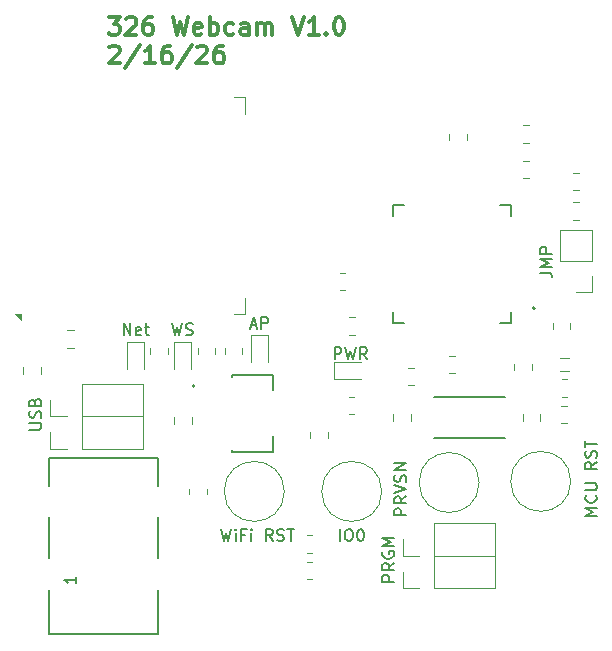
<source format=gto>
%TF.GenerationSoftware,KiCad,Pcbnew,9.0.7*%
%TF.CreationDate,2026-02-16T18:04:32-06:00*%
%TF.ProjectId,326pcb,33323670-6362-42e6-9b69-6361645f7063,rev?*%
%TF.SameCoordinates,Original*%
%TF.FileFunction,Legend,Top*%
%TF.FilePolarity,Positive*%
%FSLAX46Y46*%
G04 Gerber Fmt 4.6, Leading zero omitted, Abs format (unit mm)*
G04 Created by KiCad (PCBNEW 9.0.7) date 2026-02-16 18:04:32*
%MOMM*%
%LPD*%
G01*
G04 APERTURE LIST*
%ADD10C,0.150000*%
%ADD11C,0.300000*%
%ADD12C,0.120000*%
%ADD13C,0.127000*%
%ADD14C,0.200000*%
%ADD15C,0.100000*%
G04 APERTURE END LIST*
D10*
X177066667Y-74054819D02*
X177066667Y-73054819D01*
X177066667Y-73054819D02*
X177447619Y-73054819D01*
X177447619Y-73054819D02*
X177542857Y-73102438D01*
X177542857Y-73102438D02*
X177590476Y-73150057D01*
X177590476Y-73150057D02*
X177638095Y-73245295D01*
X177638095Y-73245295D02*
X177638095Y-73388152D01*
X177638095Y-73388152D02*
X177590476Y-73483390D01*
X177590476Y-73483390D02*
X177542857Y-73531009D01*
X177542857Y-73531009D02*
X177447619Y-73578628D01*
X177447619Y-73578628D02*
X177066667Y-73578628D01*
X177971429Y-73054819D02*
X178209524Y-74054819D01*
X178209524Y-74054819D02*
X178400000Y-73340533D01*
X178400000Y-73340533D02*
X178590476Y-74054819D01*
X178590476Y-74054819D02*
X178828572Y-73054819D01*
X179780952Y-74054819D02*
X179447619Y-73578628D01*
X179209524Y-74054819D02*
X179209524Y-73054819D01*
X179209524Y-73054819D02*
X179590476Y-73054819D01*
X179590476Y-73054819D02*
X179685714Y-73102438D01*
X179685714Y-73102438D02*
X179733333Y-73150057D01*
X179733333Y-73150057D02*
X179780952Y-73245295D01*
X179780952Y-73245295D02*
X179780952Y-73388152D01*
X179780952Y-73388152D02*
X179733333Y-73483390D01*
X179733333Y-73483390D02*
X179685714Y-73531009D01*
X179685714Y-73531009D02*
X179590476Y-73578628D01*
X179590476Y-73578628D02*
X179209524Y-73578628D01*
D11*
X157921653Y-45095912D02*
X158850225Y-45095912D01*
X158850225Y-45095912D02*
X158350225Y-45667341D01*
X158350225Y-45667341D02*
X158564510Y-45667341D01*
X158564510Y-45667341D02*
X158707368Y-45738769D01*
X158707368Y-45738769D02*
X158778796Y-45810198D01*
X158778796Y-45810198D02*
X158850225Y-45953055D01*
X158850225Y-45953055D02*
X158850225Y-46310198D01*
X158850225Y-46310198D02*
X158778796Y-46453055D01*
X158778796Y-46453055D02*
X158707368Y-46524484D01*
X158707368Y-46524484D02*
X158564510Y-46595912D01*
X158564510Y-46595912D02*
X158135939Y-46595912D01*
X158135939Y-46595912D02*
X157993082Y-46524484D01*
X157993082Y-46524484D02*
X157921653Y-46453055D01*
X159421653Y-45238769D02*
X159493081Y-45167341D01*
X159493081Y-45167341D02*
X159635939Y-45095912D01*
X159635939Y-45095912D02*
X159993081Y-45095912D01*
X159993081Y-45095912D02*
X160135939Y-45167341D01*
X160135939Y-45167341D02*
X160207367Y-45238769D01*
X160207367Y-45238769D02*
X160278796Y-45381626D01*
X160278796Y-45381626D02*
X160278796Y-45524484D01*
X160278796Y-45524484D02*
X160207367Y-45738769D01*
X160207367Y-45738769D02*
X159350224Y-46595912D01*
X159350224Y-46595912D02*
X160278796Y-46595912D01*
X161564510Y-45095912D02*
X161278795Y-45095912D01*
X161278795Y-45095912D02*
X161135938Y-45167341D01*
X161135938Y-45167341D02*
X161064510Y-45238769D01*
X161064510Y-45238769D02*
X160921652Y-45453055D01*
X160921652Y-45453055D02*
X160850224Y-45738769D01*
X160850224Y-45738769D02*
X160850224Y-46310198D01*
X160850224Y-46310198D02*
X160921652Y-46453055D01*
X160921652Y-46453055D02*
X160993081Y-46524484D01*
X160993081Y-46524484D02*
X161135938Y-46595912D01*
X161135938Y-46595912D02*
X161421652Y-46595912D01*
X161421652Y-46595912D02*
X161564510Y-46524484D01*
X161564510Y-46524484D02*
X161635938Y-46453055D01*
X161635938Y-46453055D02*
X161707367Y-46310198D01*
X161707367Y-46310198D02*
X161707367Y-45953055D01*
X161707367Y-45953055D02*
X161635938Y-45810198D01*
X161635938Y-45810198D02*
X161564510Y-45738769D01*
X161564510Y-45738769D02*
X161421652Y-45667341D01*
X161421652Y-45667341D02*
X161135938Y-45667341D01*
X161135938Y-45667341D02*
X160993081Y-45738769D01*
X160993081Y-45738769D02*
X160921652Y-45810198D01*
X160921652Y-45810198D02*
X160850224Y-45953055D01*
X163350223Y-45095912D02*
X163707366Y-46595912D01*
X163707366Y-46595912D02*
X163993080Y-45524484D01*
X163993080Y-45524484D02*
X164278795Y-46595912D01*
X164278795Y-46595912D02*
X164635938Y-45095912D01*
X165778795Y-46524484D02*
X165635938Y-46595912D01*
X165635938Y-46595912D02*
X165350224Y-46595912D01*
X165350224Y-46595912D02*
X165207366Y-46524484D01*
X165207366Y-46524484D02*
X165135938Y-46381626D01*
X165135938Y-46381626D02*
X165135938Y-45810198D01*
X165135938Y-45810198D02*
X165207366Y-45667341D01*
X165207366Y-45667341D02*
X165350224Y-45595912D01*
X165350224Y-45595912D02*
X165635938Y-45595912D01*
X165635938Y-45595912D02*
X165778795Y-45667341D01*
X165778795Y-45667341D02*
X165850224Y-45810198D01*
X165850224Y-45810198D02*
X165850224Y-45953055D01*
X165850224Y-45953055D02*
X165135938Y-46095912D01*
X166493080Y-46595912D02*
X166493080Y-45095912D01*
X166493080Y-45667341D02*
X166635938Y-45595912D01*
X166635938Y-45595912D02*
X166921652Y-45595912D01*
X166921652Y-45595912D02*
X167064509Y-45667341D01*
X167064509Y-45667341D02*
X167135938Y-45738769D01*
X167135938Y-45738769D02*
X167207366Y-45881626D01*
X167207366Y-45881626D02*
X167207366Y-46310198D01*
X167207366Y-46310198D02*
X167135938Y-46453055D01*
X167135938Y-46453055D02*
X167064509Y-46524484D01*
X167064509Y-46524484D02*
X166921652Y-46595912D01*
X166921652Y-46595912D02*
X166635938Y-46595912D01*
X166635938Y-46595912D02*
X166493080Y-46524484D01*
X168493081Y-46524484D02*
X168350223Y-46595912D01*
X168350223Y-46595912D02*
X168064509Y-46595912D01*
X168064509Y-46595912D02*
X167921652Y-46524484D01*
X167921652Y-46524484D02*
X167850223Y-46453055D01*
X167850223Y-46453055D02*
X167778795Y-46310198D01*
X167778795Y-46310198D02*
X167778795Y-45881626D01*
X167778795Y-45881626D02*
X167850223Y-45738769D01*
X167850223Y-45738769D02*
X167921652Y-45667341D01*
X167921652Y-45667341D02*
X168064509Y-45595912D01*
X168064509Y-45595912D02*
X168350223Y-45595912D01*
X168350223Y-45595912D02*
X168493081Y-45667341D01*
X169778795Y-46595912D02*
X169778795Y-45810198D01*
X169778795Y-45810198D02*
X169707366Y-45667341D01*
X169707366Y-45667341D02*
X169564509Y-45595912D01*
X169564509Y-45595912D02*
X169278795Y-45595912D01*
X169278795Y-45595912D02*
X169135937Y-45667341D01*
X169778795Y-46524484D02*
X169635937Y-46595912D01*
X169635937Y-46595912D02*
X169278795Y-46595912D01*
X169278795Y-46595912D02*
X169135937Y-46524484D01*
X169135937Y-46524484D02*
X169064509Y-46381626D01*
X169064509Y-46381626D02*
X169064509Y-46238769D01*
X169064509Y-46238769D02*
X169135937Y-46095912D01*
X169135937Y-46095912D02*
X169278795Y-46024484D01*
X169278795Y-46024484D02*
X169635937Y-46024484D01*
X169635937Y-46024484D02*
X169778795Y-45953055D01*
X170493080Y-46595912D02*
X170493080Y-45595912D01*
X170493080Y-45738769D02*
X170564509Y-45667341D01*
X170564509Y-45667341D02*
X170707366Y-45595912D01*
X170707366Y-45595912D02*
X170921652Y-45595912D01*
X170921652Y-45595912D02*
X171064509Y-45667341D01*
X171064509Y-45667341D02*
X171135938Y-45810198D01*
X171135938Y-45810198D02*
X171135938Y-46595912D01*
X171135938Y-45810198D02*
X171207366Y-45667341D01*
X171207366Y-45667341D02*
X171350223Y-45595912D01*
X171350223Y-45595912D02*
X171564509Y-45595912D01*
X171564509Y-45595912D02*
X171707366Y-45667341D01*
X171707366Y-45667341D02*
X171778795Y-45810198D01*
X171778795Y-45810198D02*
X171778795Y-46595912D01*
X173421652Y-45095912D02*
X173921652Y-46595912D01*
X173921652Y-46595912D02*
X174421652Y-45095912D01*
X175707366Y-46595912D02*
X174850223Y-46595912D01*
X175278794Y-46595912D02*
X175278794Y-45095912D01*
X175278794Y-45095912D02*
X175135937Y-45310198D01*
X175135937Y-45310198D02*
X174993080Y-45453055D01*
X174993080Y-45453055D02*
X174850223Y-45524484D01*
X176350222Y-46453055D02*
X176421651Y-46524484D01*
X176421651Y-46524484D02*
X176350222Y-46595912D01*
X176350222Y-46595912D02*
X176278794Y-46524484D01*
X176278794Y-46524484D02*
X176350222Y-46453055D01*
X176350222Y-46453055D02*
X176350222Y-46595912D01*
X177350223Y-45095912D02*
X177493080Y-45095912D01*
X177493080Y-45095912D02*
X177635937Y-45167341D01*
X177635937Y-45167341D02*
X177707366Y-45238769D01*
X177707366Y-45238769D02*
X177778794Y-45381626D01*
X177778794Y-45381626D02*
X177850223Y-45667341D01*
X177850223Y-45667341D02*
X177850223Y-46024484D01*
X177850223Y-46024484D02*
X177778794Y-46310198D01*
X177778794Y-46310198D02*
X177707366Y-46453055D01*
X177707366Y-46453055D02*
X177635937Y-46524484D01*
X177635937Y-46524484D02*
X177493080Y-46595912D01*
X177493080Y-46595912D02*
X177350223Y-46595912D01*
X177350223Y-46595912D02*
X177207366Y-46524484D01*
X177207366Y-46524484D02*
X177135937Y-46453055D01*
X177135937Y-46453055D02*
X177064508Y-46310198D01*
X177064508Y-46310198D02*
X176993080Y-46024484D01*
X176993080Y-46024484D02*
X176993080Y-45667341D01*
X176993080Y-45667341D02*
X177064508Y-45381626D01*
X177064508Y-45381626D02*
X177135937Y-45238769D01*
X177135937Y-45238769D02*
X177207366Y-45167341D01*
X177207366Y-45167341D02*
X177350223Y-45095912D01*
X157993082Y-47653685D02*
X158064510Y-47582257D01*
X158064510Y-47582257D02*
X158207368Y-47510828D01*
X158207368Y-47510828D02*
X158564510Y-47510828D01*
X158564510Y-47510828D02*
X158707368Y-47582257D01*
X158707368Y-47582257D02*
X158778796Y-47653685D01*
X158778796Y-47653685D02*
X158850225Y-47796542D01*
X158850225Y-47796542D02*
X158850225Y-47939400D01*
X158850225Y-47939400D02*
X158778796Y-48153685D01*
X158778796Y-48153685D02*
X157921653Y-49010828D01*
X157921653Y-49010828D02*
X158850225Y-49010828D01*
X160564510Y-47439400D02*
X159278796Y-49367971D01*
X161850225Y-49010828D02*
X160993082Y-49010828D01*
X161421653Y-49010828D02*
X161421653Y-47510828D01*
X161421653Y-47510828D02*
X161278796Y-47725114D01*
X161278796Y-47725114D02*
X161135939Y-47867971D01*
X161135939Y-47867971D02*
X160993082Y-47939400D01*
X163135939Y-47510828D02*
X162850224Y-47510828D01*
X162850224Y-47510828D02*
X162707367Y-47582257D01*
X162707367Y-47582257D02*
X162635939Y-47653685D01*
X162635939Y-47653685D02*
X162493081Y-47867971D01*
X162493081Y-47867971D02*
X162421653Y-48153685D01*
X162421653Y-48153685D02*
X162421653Y-48725114D01*
X162421653Y-48725114D02*
X162493081Y-48867971D01*
X162493081Y-48867971D02*
X162564510Y-48939400D01*
X162564510Y-48939400D02*
X162707367Y-49010828D01*
X162707367Y-49010828D02*
X162993081Y-49010828D01*
X162993081Y-49010828D02*
X163135939Y-48939400D01*
X163135939Y-48939400D02*
X163207367Y-48867971D01*
X163207367Y-48867971D02*
X163278796Y-48725114D01*
X163278796Y-48725114D02*
X163278796Y-48367971D01*
X163278796Y-48367971D02*
X163207367Y-48225114D01*
X163207367Y-48225114D02*
X163135939Y-48153685D01*
X163135939Y-48153685D02*
X162993081Y-48082257D01*
X162993081Y-48082257D02*
X162707367Y-48082257D01*
X162707367Y-48082257D02*
X162564510Y-48153685D01*
X162564510Y-48153685D02*
X162493081Y-48225114D01*
X162493081Y-48225114D02*
X162421653Y-48367971D01*
X164993081Y-47439400D02*
X163707367Y-49367971D01*
X165421653Y-47653685D02*
X165493081Y-47582257D01*
X165493081Y-47582257D02*
X165635939Y-47510828D01*
X165635939Y-47510828D02*
X165993081Y-47510828D01*
X165993081Y-47510828D02*
X166135939Y-47582257D01*
X166135939Y-47582257D02*
X166207367Y-47653685D01*
X166207367Y-47653685D02*
X166278796Y-47796542D01*
X166278796Y-47796542D02*
X166278796Y-47939400D01*
X166278796Y-47939400D02*
X166207367Y-48153685D01*
X166207367Y-48153685D02*
X165350224Y-49010828D01*
X165350224Y-49010828D02*
X166278796Y-49010828D01*
X167564510Y-47510828D02*
X167278795Y-47510828D01*
X167278795Y-47510828D02*
X167135938Y-47582257D01*
X167135938Y-47582257D02*
X167064510Y-47653685D01*
X167064510Y-47653685D02*
X166921652Y-47867971D01*
X166921652Y-47867971D02*
X166850224Y-48153685D01*
X166850224Y-48153685D02*
X166850224Y-48725114D01*
X166850224Y-48725114D02*
X166921652Y-48867971D01*
X166921652Y-48867971D02*
X166993081Y-48939400D01*
X166993081Y-48939400D02*
X167135938Y-49010828D01*
X167135938Y-49010828D02*
X167421652Y-49010828D01*
X167421652Y-49010828D02*
X167564510Y-48939400D01*
X167564510Y-48939400D02*
X167635938Y-48867971D01*
X167635938Y-48867971D02*
X167707367Y-48725114D01*
X167707367Y-48725114D02*
X167707367Y-48367971D01*
X167707367Y-48367971D02*
X167635938Y-48225114D01*
X167635938Y-48225114D02*
X167564510Y-48153685D01*
X167564510Y-48153685D02*
X167421652Y-48082257D01*
X167421652Y-48082257D02*
X167135938Y-48082257D01*
X167135938Y-48082257D02*
X166993081Y-48153685D01*
X166993081Y-48153685D02*
X166921652Y-48225114D01*
X166921652Y-48225114D02*
X166850224Y-48367971D01*
D10*
X163265238Y-71022319D02*
X163503333Y-72022319D01*
X163503333Y-72022319D02*
X163693809Y-71308033D01*
X163693809Y-71308033D02*
X163884285Y-72022319D01*
X163884285Y-72022319D02*
X164122381Y-71022319D01*
X164455714Y-71974700D02*
X164598571Y-72022319D01*
X164598571Y-72022319D02*
X164836666Y-72022319D01*
X164836666Y-72022319D02*
X164931904Y-71974700D01*
X164931904Y-71974700D02*
X164979523Y-71927080D01*
X164979523Y-71927080D02*
X165027142Y-71831842D01*
X165027142Y-71831842D02*
X165027142Y-71736604D01*
X165027142Y-71736604D02*
X164979523Y-71641366D01*
X164979523Y-71641366D02*
X164931904Y-71593747D01*
X164931904Y-71593747D02*
X164836666Y-71546128D01*
X164836666Y-71546128D02*
X164646190Y-71498509D01*
X164646190Y-71498509D02*
X164550952Y-71450890D01*
X164550952Y-71450890D02*
X164503333Y-71403271D01*
X164503333Y-71403271D02*
X164455714Y-71308033D01*
X164455714Y-71308033D02*
X164455714Y-71212795D01*
X164455714Y-71212795D02*
X164503333Y-71117557D01*
X164503333Y-71117557D02*
X164550952Y-71069938D01*
X164550952Y-71069938D02*
X164646190Y-71022319D01*
X164646190Y-71022319D02*
X164884285Y-71022319D01*
X164884285Y-71022319D02*
X165027142Y-71069938D01*
X169951905Y-71199104D02*
X170428095Y-71199104D01*
X169856667Y-71484819D02*
X170190000Y-70484819D01*
X170190000Y-70484819D02*
X170523333Y-71484819D01*
X170856667Y-71484819D02*
X170856667Y-70484819D01*
X170856667Y-70484819D02*
X171237619Y-70484819D01*
X171237619Y-70484819D02*
X171332857Y-70532438D01*
X171332857Y-70532438D02*
X171380476Y-70580057D01*
X171380476Y-70580057D02*
X171428095Y-70675295D01*
X171428095Y-70675295D02*
X171428095Y-70818152D01*
X171428095Y-70818152D02*
X171380476Y-70913390D01*
X171380476Y-70913390D02*
X171332857Y-70961009D01*
X171332857Y-70961009D02*
X171237619Y-71008628D01*
X171237619Y-71008628D02*
X170856667Y-71008628D01*
X151214819Y-80011904D02*
X152024342Y-80011904D01*
X152024342Y-80011904D02*
X152119580Y-79964285D01*
X152119580Y-79964285D02*
X152167200Y-79916666D01*
X152167200Y-79916666D02*
X152214819Y-79821428D01*
X152214819Y-79821428D02*
X152214819Y-79630952D01*
X152214819Y-79630952D02*
X152167200Y-79535714D01*
X152167200Y-79535714D02*
X152119580Y-79488095D01*
X152119580Y-79488095D02*
X152024342Y-79440476D01*
X152024342Y-79440476D02*
X151214819Y-79440476D01*
X152167200Y-79011904D02*
X152214819Y-78869047D01*
X152214819Y-78869047D02*
X152214819Y-78630952D01*
X152214819Y-78630952D02*
X152167200Y-78535714D01*
X152167200Y-78535714D02*
X152119580Y-78488095D01*
X152119580Y-78488095D02*
X152024342Y-78440476D01*
X152024342Y-78440476D02*
X151929104Y-78440476D01*
X151929104Y-78440476D02*
X151833866Y-78488095D01*
X151833866Y-78488095D02*
X151786247Y-78535714D01*
X151786247Y-78535714D02*
X151738628Y-78630952D01*
X151738628Y-78630952D02*
X151691009Y-78821428D01*
X151691009Y-78821428D02*
X151643390Y-78916666D01*
X151643390Y-78916666D02*
X151595771Y-78964285D01*
X151595771Y-78964285D02*
X151500533Y-79011904D01*
X151500533Y-79011904D02*
X151405295Y-79011904D01*
X151405295Y-79011904D02*
X151310057Y-78964285D01*
X151310057Y-78964285D02*
X151262438Y-78916666D01*
X151262438Y-78916666D02*
X151214819Y-78821428D01*
X151214819Y-78821428D02*
X151214819Y-78583333D01*
X151214819Y-78583333D02*
X151262438Y-78440476D01*
X151691009Y-77678571D02*
X151738628Y-77535714D01*
X151738628Y-77535714D02*
X151786247Y-77488095D01*
X151786247Y-77488095D02*
X151881485Y-77440476D01*
X151881485Y-77440476D02*
X152024342Y-77440476D01*
X152024342Y-77440476D02*
X152119580Y-77488095D01*
X152119580Y-77488095D02*
X152167200Y-77535714D01*
X152167200Y-77535714D02*
X152214819Y-77630952D01*
X152214819Y-77630952D02*
X152214819Y-78011904D01*
X152214819Y-78011904D02*
X151214819Y-78011904D01*
X151214819Y-78011904D02*
X151214819Y-77678571D01*
X151214819Y-77678571D02*
X151262438Y-77583333D01*
X151262438Y-77583333D02*
X151310057Y-77535714D01*
X151310057Y-77535714D02*
X151405295Y-77488095D01*
X151405295Y-77488095D02*
X151500533Y-77488095D01*
X151500533Y-77488095D02*
X151595771Y-77535714D01*
X151595771Y-77535714D02*
X151643390Y-77583333D01*
X151643390Y-77583333D02*
X151691009Y-77678571D01*
X151691009Y-77678571D02*
X151691009Y-78011904D01*
X159200000Y-72022319D02*
X159200000Y-71022319D01*
X159200000Y-71022319D02*
X159771428Y-72022319D01*
X159771428Y-72022319D02*
X159771428Y-71022319D01*
X160628571Y-71974700D02*
X160533333Y-72022319D01*
X160533333Y-72022319D02*
X160342857Y-72022319D01*
X160342857Y-72022319D02*
X160247619Y-71974700D01*
X160247619Y-71974700D02*
X160200000Y-71879461D01*
X160200000Y-71879461D02*
X160200000Y-71498509D01*
X160200000Y-71498509D02*
X160247619Y-71403271D01*
X160247619Y-71403271D02*
X160342857Y-71355652D01*
X160342857Y-71355652D02*
X160533333Y-71355652D01*
X160533333Y-71355652D02*
X160628571Y-71403271D01*
X160628571Y-71403271D02*
X160676190Y-71498509D01*
X160676190Y-71498509D02*
X160676190Y-71593747D01*
X160676190Y-71593747D02*
X160200000Y-71688985D01*
X160961905Y-71355652D02*
X161342857Y-71355652D01*
X161104762Y-71022319D02*
X161104762Y-71879461D01*
X161104762Y-71879461D02*
X161152381Y-71974700D01*
X161152381Y-71974700D02*
X161247619Y-72022319D01*
X161247619Y-72022319D02*
X161342857Y-72022319D01*
X183124819Y-87250475D02*
X182124819Y-87250475D01*
X182124819Y-87250475D02*
X182124819Y-86869523D01*
X182124819Y-86869523D02*
X182172438Y-86774285D01*
X182172438Y-86774285D02*
X182220057Y-86726666D01*
X182220057Y-86726666D02*
X182315295Y-86679047D01*
X182315295Y-86679047D02*
X182458152Y-86679047D01*
X182458152Y-86679047D02*
X182553390Y-86726666D01*
X182553390Y-86726666D02*
X182601009Y-86774285D01*
X182601009Y-86774285D02*
X182648628Y-86869523D01*
X182648628Y-86869523D02*
X182648628Y-87250475D01*
X183124819Y-85679047D02*
X182648628Y-86012380D01*
X183124819Y-86250475D02*
X182124819Y-86250475D01*
X182124819Y-86250475D02*
X182124819Y-85869523D01*
X182124819Y-85869523D02*
X182172438Y-85774285D01*
X182172438Y-85774285D02*
X182220057Y-85726666D01*
X182220057Y-85726666D02*
X182315295Y-85679047D01*
X182315295Y-85679047D02*
X182458152Y-85679047D01*
X182458152Y-85679047D02*
X182553390Y-85726666D01*
X182553390Y-85726666D02*
X182601009Y-85774285D01*
X182601009Y-85774285D02*
X182648628Y-85869523D01*
X182648628Y-85869523D02*
X182648628Y-86250475D01*
X182124819Y-85393332D02*
X183124819Y-85059999D01*
X183124819Y-85059999D02*
X182124819Y-84726666D01*
X183077200Y-84440951D02*
X183124819Y-84298094D01*
X183124819Y-84298094D02*
X183124819Y-84059999D01*
X183124819Y-84059999D02*
X183077200Y-83964761D01*
X183077200Y-83964761D02*
X183029580Y-83917142D01*
X183029580Y-83917142D02*
X182934342Y-83869523D01*
X182934342Y-83869523D02*
X182839104Y-83869523D01*
X182839104Y-83869523D02*
X182743866Y-83917142D01*
X182743866Y-83917142D02*
X182696247Y-83964761D01*
X182696247Y-83964761D02*
X182648628Y-84059999D01*
X182648628Y-84059999D02*
X182601009Y-84250475D01*
X182601009Y-84250475D02*
X182553390Y-84345713D01*
X182553390Y-84345713D02*
X182505771Y-84393332D01*
X182505771Y-84393332D02*
X182410533Y-84440951D01*
X182410533Y-84440951D02*
X182315295Y-84440951D01*
X182315295Y-84440951D02*
X182220057Y-84393332D01*
X182220057Y-84393332D02*
X182172438Y-84345713D01*
X182172438Y-84345713D02*
X182124819Y-84250475D01*
X182124819Y-84250475D02*
X182124819Y-84012380D01*
X182124819Y-84012380D02*
X182172438Y-83869523D01*
X183124819Y-83440951D02*
X182124819Y-83440951D01*
X182124819Y-83440951D02*
X183124819Y-82869523D01*
X183124819Y-82869523D02*
X182124819Y-82869523D01*
X194454819Y-66728571D02*
X195169104Y-66728571D01*
X195169104Y-66728571D02*
X195311961Y-66776190D01*
X195311961Y-66776190D02*
X195407200Y-66871428D01*
X195407200Y-66871428D02*
X195454819Y-67014285D01*
X195454819Y-67014285D02*
X195454819Y-67109523D01*
X195454819Y-66252380D02*
X194454819Y-66252380D01*
X194454819Y-66252380D02*
X195169104Y-65919047D01*
X195169104Y-65919047D02*
X194454819Y-65585714D01*
X194454819Y-65585714D02*
X195454819Y-65585714D01*
X195454819Y-65109523D02*
X194454819Y-65109523D01*
X194454819Y-65109523D02*
X194454819Y-64728571D01*
X194454819Y-64728571D02*
X194502438Y-64633333D01*
X194502438Y-64633333D02*
X194550057Y-64585714D01*
X194550057Y-64585714D02*
X194645295Y-64538095D01*
X194645295Y-64538095D02*
X194788152Y-64538095D01*
X194788152Y-64538095D02*
X194883390Y-64585714D01*
X194883390Y-64585714D02*
X194931009Y-64633333D01*
X194931009Y-64633333D02*
X194978628Y-64728571D01*
X194978628Y-64728571D02*
X194978628Y-65109523D01*
X177500000Y-89454819D02*
X177500000Y-88454819D01*
X178166666Y-88454819D02*
X178357142Y-88454819D01*
X178357142Y-88454819D02*
X178452380Y-88502438D01*
X178452380Y-88502438D02*
X178547618Y-88597676D01*
X178547618Y-88597676D02*
X178595237Y-88788152D01*
X178595237Y-88788152D02*
X178595237Y-89121485D01*
X178595237Y-89121485D02*
X178547618Y-89311961D01*
X178547618Y-89311961D02*
X178452380Y-89407200D01*
X178452380Y-89407200D02*
X178357142Y-89454819D01*
X178357142Y-89454819D02*
X178166666Y-89454819D01*
X178166666Y-89454819D02*
X178071428Y-89407200D01*
X178071428Y-89407200D02*
X177976190Y-89311961D01*
X177976190Y-89311961D02*
X177928571Y-89121485D01*
X177928571Y-89121485D02*
X177928571Y-88788152D01*
X177928571Y-88788152D02*
X177976190Y-88597676D01*
X177976190Y-88597676D02*
X178071428Y-88502438D01*
X178071428Y-88502438D02*
X178166666Y-88454819D01*
X179214285Y-88454819D02*
X179309523Y-88454819D01*
X179309523Y-88454819D02*
X179404761Y-88502438D01*
X179404761Y-88502438D02*
X179452380Y-88550057D01*
X179452380Y-88550057D02*
X179499999Y-88645295D01*
X179499999Y-88645295D02*
X179547618Y-88835771D01*
X179547618Y-88835771D02*
X179547618Y-89073866D01*
X179547618Y-89073866D02*
X179499999Y-89264342D01*
X179499999Y-89264342D02*
X179452380Y-89359580D01*
X179452380Y-89359580D02*
X179404761Y-89407200D01*
X179404761Y-89407200D02*
X179309523Y-89454819D01*
X179309523Y-89454819D02*
X179214285Y-89454819D01*
X179214285Y-89454819D02*
X179119047Y-89407200D01*
X179119047Y-89407200D02*
X179071428Y-89359580D01*
X179071428Y-89359580D02*
X179023809Y-89264342D01*
X179023809Y-89264342D02*
X178976190Y-89073866D01*
X178976190Y-89073866D02*
X178976190Y-88835771D01*
X178976190Y-88835771D02*
X179023809Y-88645295D01*
X179023809Y-88645295D02*
X179071428Y-88550057D01*
X179071428Y-88550057D02*
X179119047Y-88502438D01*
X179119047Y-88502438D02*
X179214285Y-88454819D01*
X199254819Y-87295237D02*
X198254819Y-87295237D01*
X198254819Y-87295237D02*
X198969104Y-86961904D01*
X198969104Y-86961904D02*
X198254819Y-86628571D01*
X198254819Y-86628571D02*
X199254819Y-86628571D01*
X199159580Y-85580952D02*
X199207200Y-85628571D01*
X199207200Y-85628571D02*
X199254819Y-85771428D01*
X199254819Y-85771428D02*
X199254819Y-85866666D01*
X199254819Y-85866666D02*
X199207200Y-86009523D01*
X199207200Y-86009523D02*
X199111961Y-86104761D01*
X199111961Y-86104761D02*
X199016723Y-86152380D01*
X199016723Y-86152380D02*
X198826247Y-86199999D01*
X198826247Y-86199999D02*
X198683390Y-86199999D01*
X198683390Y-86199999D02*
X198492914Y-86152380D01*
X198492914Y-86152380D02*
X198397676Y-86104761D01*
X198397676Y-86104761D02*
X198302438Y-86009523D01*
X198302438Y-86009523D02*
X198254819Y-85866666D01*
X198254819Y-85866666D02*
X198254819Y-85771428D01*
X198254819Y-85771428D02*
X198302438Y-85628571D01*
X198302438Y-85628571D02*
X198350057Y-85580952D01*
X198254819Y-85152380D02*
X199064342Y-85152380D01*
X199064342Y-85152380D02*
X199159580Y-85104761D01*
X199159580Y-85104761D02*
X199207200Y-85057142D01*
X199207200Y-85057142D02*
X199254819Y-84961904D01*
X199254819Y-84961904D02*
X199254819Y-84771428D01*
X199254819Y-84771428D02*
X199207200Y-84676190D01*
X199207200Y-84676190D02*
X199159580Y-84628571D01*
X199159580Y-84628571D02*
X199064342Y-84580952D01*
X199064342Y-84580952D02*
X198254819Y-84580952D01*
X199254819Y-82771428D02*
X198778628Y-83104761D01*
X199254819Y-83342856D02*
X198254819Y-83342856D01*
X198254819Y-83342856D02*
X198254819Y-82961904D01*
X198254819Y-82961904D02*
X198302438Y-82866666D01*
X198302438Y-82866666D02*
X198350057Y-82819047D01*
X198350057Y-82819047D02*
X198445295Y-82771428D01*
X198445295Y-82771428D02*
X198588152Y-82771428D01*
X198588152Y-82771428D02*
X198683390Y-82819047D01*
X198683390Y-82819047D02*
X198731009Y-82866666D01*
X198731009Y-82866666D02*
X198778628Y-82961904D01*
X198778628Y-82961904D02*
X198778628Y-83342856D01*
X199207200Y-82390475D02*
X199254819Y-82247618D01*
X199254819Y-82247618D02*
X199254819Y-82009523D01*
X199254819Y-82009523D02*
X199207200Y-81914285D01*
X199207200Y-81914285D02*
X199159580Y-81866666D01*
X199159580Y-81866666D02*
X199064342Y-81819047D01*
X199064342Y-81819047D02*
X198969104Y-81819047D01*
X198969104Y-81819047D02*
X198873866Y-81866666D01*
X198873866Y-81866666D02*
X198826247Y-81914285D01*
X198826247Y-81914285D02*
X198778628Y-82009523D01*
X198778628Y-82009523D02*
X198731009Y-82199999D01*
X198731009Y-82199999D02*
X198683390Y-82295237D01*
X198683390Y-82295237D02*
X198635771Y-82342856D01*
X198635771Y-82342856D02*
X198540533Y-82390475D01*
X198540533Y-82390475D02*
X198445295Y-82390475D01*
X198445295Y-82390475D02*
X198350057Y-82342856D01*
X198350057Y-82342856D02*
X198302438Y-82295237D01*
X198302438Y-82295237D02*
X198254819Y-82199999D01*
X198254819Y-82199999D02*
X198254819Y-81961904D01*
X198254819Y-81961904D02*
X198302438Y-81819047D01*
X198254819Y-81533332D02*
X198254819Y-80961904D01*
X199254819Y-81247618D02*
X198254819Y-81247618D01*
X182094819Y-92893332D02*
X181094819Y-92893332D01*
X181094819Y-92893332D02*
X181094819Y-92512380D01*
X181094819Y-92512380D02*
X181142438Y-92417142D01*
X181142438Y-92417142D02*
X181190057Y-92369523D01*
X181190057Y-92369523D02*
X181285295Y-92321904D01*
X181285295Y-92321904D02*
X181428152Y-92321904D01*
X181428152Y-92321904D02*
X181523390Y-92369523D01*
X181523390Y-92369523D02*
X181571009Y-92417142D01*
X181571009Y-92417142D02*
X181618628Y-92512380D01*
X181618628Y-92512380D02*
X181618628Y-92893332D01*
X182094819Y-91321904D02*
X181618628Y-91655237D01*
X182094819Y-91893332D02*
X181094819Y-91893332D01*
X181094819Y-91893332D02*
X181094819Y-91512380D01*
X181094819Y-91512380D02*
X181142438Y-91417142D01*
X181142438Y-91417142D02*
X181190057Y-91369523D01*
X181190057Y-91369523D02*
X181285295Y-91321904D01*
X181285295Y-91321904D02*
X181428152Y-91321904D01*
X181428152Y-91321904D02*
X181523390Y-91369523D01*
X181523390Y-91369523D02*
X181571009Y-91417142D01*
X181571009Y-91417142D02*
X181618628Y-91512380D01*
X181618628Y-91512380D02*
X181618628Y-91893332D01*
X181142438Y-90369523D02*
X181094819Y-90464761D01*
X181094819Y-90464761D02*
X181094819Y-90607618D01*
X181094819Y-90607618D02*
X181142438Y-90750475D01*
X181142438Y-90750475D02*
X181237676Y-90845713D01*
X181237676Y-90845713D02*
X181332914Y-90893332D01*
X181332914Y-90893332D02*
X181523390Y-90940951D01*
X181523390Y-90940951D02*
X181666247Y-90940951D01*
X181666247Y-90940951D02*
X181856723Y-90893332D01*
X181856723Y-90893332D02*
X181951961Y-90845713D01*
X181951961Y-90845713D02*
X182047200Y-90750475D01*
X182047200Y-90750475D02*
X182094819Y-90607618D01*
X182094819Y-90607618D02*
X182094819Y-90512380D01*
X182094819Y-90512380D02*
X182047200Y-90369523D01*
X182047200Y-90369523D02*
X181999580Y-90321904D01*
X181999580Y-90321904D02*
X181666247Y-90321904D01*
X181666247Y-90321904D02*
X181666247Y-90512380D01*
X182094819Y-89893332D02*
X181094819Y-89893332D01*
X181094819Y-89893332D02*
X181809104Y-89559999D01*
X181809104Y-89559999D02*
X181094819Y-89226666D01*
X181094819Y-89226666D02*
X182094819Y-89226666D01*
X155154819Y-92464285D02*
X155154819Y-93035713D01*
X155154819Y-92749999D02*
X154154819Y-92749999D01*
X154154819Y-92749999D02*
X154297676Y-92845237D01*
X154297676Y-92845237D02*
X154392914Y-92940475D01*
X154392914Y-92940475D02*
X154440533Y-93035713D01*
X167428572Y-88454819D02*
X167666667Y-89454819D01*
X167666667Y-89454819D02*
X167857143Y-88740533D01*
X167857143Y-88740533D02*
X168047619Y-89454819D01*
X168047619Y-89454819D02*
X168285715Y-88454819D01*
X168666667Y-89454819D02*
X168666667Y-88788152D01*
X168666667Y-88454819D02*
X168619048Y-88502438D01*
X168619048Y-88502438D02*
X168666667Y-88550057D01*
X168666667Y-88550057D02*
X168714286Y-88502438D01*
X168714286Y-88502438D02*
X168666667Y-88454819D01*
X168666667Y-88454819D02*
X168666667Y-88550057D01*
X169476190Y-88931009D02*
X169142857Y-88931009D01*
X169142857Y-89454819D02*
X169142857Y-88454819D01*
X169142857Y-88454819D02*
X169619047Y-88454819D01*
X170000000Y-89454819D02*
X170000000Y-88788152D01*
X170000000Y-88454819D02*
X169952381Y-88502438D01*
X169952381Y-88502438D02*
X170000000Y-88550057D01*
X170000000Y-88550057D02*
X170047619Y-88502438D01*
X170047619Y-88502438D02*
X170000000Y-88454819D01*
X170000000Y-88454819D02*
X170000000Y-88550057D01*
X171809523Y-89454819D02*
X171476190Y-88978628D01*
X171238095Y-89454819D02*
X171238095Y-88454819D01*
X171238095Y-88454819D02*
X171619047Y-88454819D01*
X171619047Y-88454819D02*
X171714285Y-88502438D01*
X171714285Y-88502438D02*
X171761904Y-88550057D01*
X171761904Y-88550057D02*
X171809523Y-88645295D01*
X171809523Y-88645295D02*
X171809523Y-88788152D01*
X171809523Y-88788152D02*
X171761904Y-88883390D01*
X171761904Y-88883390D02*
X171714285Y-88931009D01*
X171714285Y-88931009D02*
X171619047Y-88978628D01*
X171619047Y-88978628D02*
X171238095Y-88978628D01*
X172190476Y-89407200D02*
X172333333Y-89454819D01*
X172333333Y-89454819D02*
X172571428Y-89454819D01*
X172571428Y-89454819D02*
X172666666Y-89407200D01*
X172666666Y-89407200D02*
X172714285Y-89359580D01*
X172714285Y-89359580D02*
X172761904Y-89264342D01*
X172761904Y-89264342D02*
X172761904Y-89169104D01*
X172761904Y-89169104D02*
X172714285Y-89073866D01*
X172714285Y-89073866D02*
X172666666Y-89026247D01*
X172666666Y-89026247D02*
X172571428Y-88978628D01*
X172571428Y-88978628D02*
X172380952Y-88931009D01*
X172380952Y-88931009D02*
X172285714Y-88883390D01*
X172285714Y-88883390D02*
X172238095Y-88835771D01*
X172238095Y-88835771D02*
X172190476Y-88740533D01*
X172190476Y-88740533D02*
X172190476Y-88645295D01*
X172190476Y-88645295D02*
X172238095Y-88550057D01*
X172238095Y-88550057D02*
X172285714Y-88502438D01*
X172285714Y-88502438D02*
X172380952Y-88454819D01*
X172380952Y-88454819D02*
X172619047Y-88454819D01*
X172619047Y-88454819D02*
X172761904Y-88502438D01*
X173047619Y-88454819D02*
X173619047Y-88454819D01*
X173333333Y-89454819D02*
X173333333Y-88454819D01*
D12*
%TO.C,U2*%
X150520000Y-70770000D02*
X150020000Y-70270000D01*
X150520000Y-70270000D01*
X150520000Y-70770000D01*
G36*
X150520000Y-70770000D02*
G01*
X150020000Y-70270000D01*
X150520000Y-70270000D01*
X150520000Y-70770000D01*
G37*
X169470000Y-70270000D02*
X168520000Y-70270000D01*
X169470000Y-68870000D02*
X169470000Y-70270000D01*
X169470000Y-53270000D02*
X169470000Y-51870000D01*
X169470000Y-51870000D02*
X168520000Y-51870000D01*
%TO.C,R8*%
X167785000Y-73142936D02*
X167785000Y-73597064D01*
X169255000Y-73142936D02*
X169255000Y-73597064D01*
%TO.C,WS*%
X163435000Y-72582500D02*
X163435000Y-74867500D01*
X164905000Y-72582500D02*
X163435000Y-72582500D01*
X164905000Y-74867500D02*
X164905000Y-72582500D01*
%TO.C,AP*%
X169955000Y-72045000D02*
X169955000Y-74330000D01*
X171425000Y-72045000D02*
X169955000Y-72045000D01*
X171425000Y-74330000D02*
X171425000Y-72045000D01*
%TO.C,USB*%
X153000000Y-81630000D02*
X153000000Y-80250000D01*
X154380000Y-81630000D02*
X153000000Y-81630000D01*
X155650000Y-78870000D02*
X160840000Y-78870000D01*
X155650000Y-81630000D02*
X155650000Y-78870000D01*
X155650000Y-81630000D02*
X160840000Y-81630000D01*
X160840000Y-81630000D02*
X160840000Y-78870000D01*
%TO.C,C10*%
X154438748Y-71615000D02*
X154961252Y-71615000D01*
X154438748Y-73085000D02*
X154961252Y-73085000D01*
%TO.C,C12*%
X174985000Y-80198748D02*
X174985000Y-80721252D01*
X176455000Y-80198748D02*
X176455000Y-80721252D01*
%TO.C,R6*%
X161465000Y-73122936D02*
X161465000Y-73577064D01*
X162935000Y-73122936D02*
X162935000Y-73577064D01*
%TO.C,D4*%
X179300000Y-74265000D02*
X177015000Y-74265000D01*
X177015000Y-75735000D02*
X179300000Y-75735000D01*
X177015000Y-74265000D02*
X177015000Y-75735000D01*
%TO.C,R7*%
X165465000Y-73122936D02*
X165465000Y-73577064D01*
X166935000Y-73122936D02*
X166935000Y-73577064D01*
%TO.C,C11*%
X163475000Y-78988748D02*
X163475000Y-79511252D01*
X164945000Y-78988748D02*
X164945000Y-79511252D01*
%TO.C,R10*%
X178272936Y-78735000D02*
X178727064Y-78735000D01*
X178272936Y-77265000D02*
X178727064Y-77265000D01*
%TO.C,R3*%
X177522936Y-66765000D02*
X177977064Y-66765000D01*
X177522936Y-68235000D02*
X177977064Y-68235000D01*
%TO.C,C9*%
X178761252Y-71985000D02*
X178238748Y-71985000D01*
X178761252Y-70515000D02*
X178238748Y-70515000D01*
%TO.C,C14*%
X150705000Y-74756248D02*
X150705000Y-75278752D01*
X152175000Y-74756248D02*
X152175000Y-75278752D01*
%TO.C,J6*%
X153000000Y-78880000D02*
X153000000Y-77500000D01*
X154380000Y-78880000D02*
X153000000Y-78880000D01*
X155650000Y-76120000D02*
X160840000Y-76120000D01*
X155650000Y-78880000D02*
X155650000Y-76120000D01*
X155650000Y-78880000D02*
X160840000Y-78880000D01*
X160840000Y-78880000D02*
X160840000Y-76120000D01*
%TO.C,Net*%
X159465000Y-72582500D02*
X159465000Y-74867500D01*
X160935000Y-72582500D02*
X159465000Y-72582500D01*
X160935000Y-74867500D02*
X160935000Y-72582500D01*
D13*
%TO.C,U3*%
X168370000Y-75390000D02*
X168370000Y-75555000D01*
X168370000Y-81890000D02*
X168370000Y-81725000D01*
X168370000Y-81890000D02*
X171870000Y-81890000D01*
X171870000Y-75390000D02*
X168370000Y-75390000D01*
X171870000Y-76705000D02*
X171870000Y-75390000D01*
X171870000Y-81890000D02*
X171870000Y-80575000D01*
D14*
X165215000Y-76340000D02*
G75*
G02*
X165015000Y-76340000I-100000J0D01*
G01*
X165015000Y-76340000D02*
G75*
G02*
X165215000Y-76340000I100000J0D01*
G01*
D12*
%TO.C,R2*%
X193477064Y-54265000D02*
X193022936Y-54265000D01*
X193477064Y-55735000D02*
X193022936Y-55735000D01*
%TO.C,C16*%
X186765000Y-55511252D02*
X186765000Y-54988748D01*
X188235000Y-55511252D02*
X188235000Y-54988748D01*
%TO.C,R1*%
X196727064Y-75765000D02*
X196272936Y-75765000D01*
X196727064Y-77235000D02*
X196272936Y-77235000D01*
%TO.C,C15*%
X183761252Y-74765000D02*
X183238748Y-74765000D01*
X183761252Y-76235000D02*
X183238748Y-76235000D01*
%TO.C,C6*%
X196761252Y-78015000D02*
X196238748Y-78015000D01*
X196761252Y-79485000D02*
X196238748Y-79485000D01*
%TO.C,C5*%
X192265000Y-75011252D02*
X192265000Y-74488748D01*
X193735000Y-75011252D02*
X193735000Y-74488748D01*
D15*
%TO.C,PRVSN*%
X189290000Y-84500000D02*
G75*
G02*
X184210000Y-84500000I-2540000J0D01*
G01*
X184210000Y-84500000D02*
G75*
G02*
X189290000Y-84500000I2540000J0D01*
G01*
D12*
%TO.C,C4*%
X197761252Y-58265000D02*
X197238748Y-58265000D01*
X197761252Y-59735000D02*
X197238748Y-59735000D01*
D13*
%TO.C,U1*%
X182000000Y-61000000D02*
X182929999Y-61000000D01*
X182000000Y-61929999D02*
X182000000Y-61000000D01*
X182000000Y-71000000D02*
X182000000Y-70070001D01*
X182929999Y-71000000D02*
X182000000Y-71000000D01*
X191070001Y-71000000D02*
X192000000Y-71000000D01*
X192000000Y-61000000D02*
X191070001Y-61000000D01*
X192000000Y-61929999D02*
X192000000Y-61000000D01*
X192000000Y-71000000D02*
X192000000Y-70070001D01*
D14*
X194009998Y-69740000D02*
G75*
G02*
X193810000Y-69740000I-99999J0D01*
G01*
X193810000Y-69740000D02*
G75*
G02*
X194009998Y-69740000I99999J0D01*
G01*
D12*
%TO.C,JMP*%
X196120000Y-65755000D02*
X196120000Y-63105000D01*
X198880000Y-63105000D02*
X196120000Y-63105000D01*
X198880000Y-65755000D02*
X196120000Y-65755000D01*
X198880000Y-65755000D02*
X198880000Y-63105000D01*
X198880000Y-67025000D02*
X198880000Y-68405000D01*
X198880000Y-68405000D02*
X197500000Y-68405000D01*
%TO.C,C2*%
X195515000Y-71511252D02*
X195515000Y-70988748D01*
X196985000Y-71511252D02*
X196985000Y-70988748D01*
%TO.C,C7*%
X193015000Y-78738748D02*
X193015000Y-79261252D01*
X194485000Y-78738748D02*
X194485000Y-79261252D01*
%TO.C,C3*%
X197238748Y-60765000D02*
X197761252Y-60765000D01*
X197238748Y-62235000D02*
X197761252Y-62235000D01*
%TO.C,C1*%
X187261252Y-73765000D02*
X186738748Y-73765000D01*
X187261252Y-75235000D02*
X186738748Y-75235000D01*
D15*
%TO.C,IO0*%
X181040000Y-85250000D02*
G75*
G02*
X175960000Y-85250000I-2540000J0D01*
G01*
X175960000Y-85250000D02*
G75*
G02*
X181040000Y-85250000I2540000J0D01*
G01*
D12*
%TO.C,L1*%
X196100378Y-73940000D02*
X196899622Y-73940000D01*
X196100378Y-75060000D02*
X196899622Y-75060000D01*
D15*
%TO.C,MCU RST*%
X197040000Y-84400000D02*
G75*
G02*
X191960000Y-84400000I-2540000J0D01*
G01*
X191960000Y-84400000D02*
G75*
G02*
X197040000Y-84400000I2540000J0D01*
G01*
D12*
%TO.C,R5*%
X164765000Y-85022936D02*
X164765000Y-85477064D01*
X166235000Y-85022936D02*
X166235000Y-85477064D01*
%TO.C,J4*%
X182810000Y-90690000D02*
X182810000Y-89310000D01*
X184190000Y-90690000D02*
X182810000Y-90690000D01*
X185460000Y-87930000D02*
X190650000Y-87930000D01*
X185460000Y-90690000D02*
X185460000Y-87930000D01*
X185460000Y-90690000D02*
X190650000Y-90690000D01*
X190650000Y-90690000D02*
X190650000Y-87930000D01*
%TO.C,PRGM*%
X182810000Y-93460000D02*
X182810000Y-92080000D01*
X184190000Y-93460000D02*
X182810000Y-93460000D01*
X185460000Y-90700000D02*
X190650000Y-90700000D01*
X185460000Y-93460000D02*
X185460000Y-90700000D01*
X185460000Y-93460000D02*
X190650000Y-93460000D01*
X190650000Y-93460000D02*
X190650000Y-90700000D01*
D14*
%TO.C,J7*%
X152900000Y-82450000D02*
X162100000Y-82450000D01*
X152900000Y-84800000D02*
X152900000Y-82450000D01*
X152900000Y-90900000D02*
X152900000Y-87400000D01*
X152900000Y-93600000D02*
X152900000Y-97350000D01*
X152900000Y-97350000D02*
X162100000Y-97350000D01*
X162100000Y-82450000D02*
X162100000Y-84800000D01*
X162100000Y-90900000D02*
X162100000Y-87400000D01*
X162100000Y-97350000D02*
X162100000Y-93600000D01*
D12*
%TO.C,C8*%
X182015000Y-78738748D02*
X182015000Y-79261252D01*
X183485000Y-78738748D02*
X183485000Y-79261252D01*
%TO.C,R4*%
X174722936Y-91225000D02*
X175177064Y-91225000D01*
X174722936Y-92695000D02*
X175177064Y-92695000D01*
%TO.C,C13*%
X192988748Y-57265000D02*
X193511252Y-57265000D01*
X192988748Y-58735000D02*
X193511252Y-58735000D01*
%TO.C,R9*%
X174722936Y-88975000D02*
X175177064Y-88975000D01*
X174722936Y-90445000D02*
X175177064Y-90445000D01*
D13*
%TO.C,Y1*%
X191500000Y-77250000D02*
X185500000Y-77250000D01*
X191500000Y-80750000D02*
X185500000Y-80750000D01*
D15*
%TO.C,WiFi RST*%
X172790000Y-85250000D02*
G75*
G02*
X167710000Y-85250000I-2540000J0D01*
G01*
X167710000Y-85250000D02*
G75*
G02*
X172790000Y-85250000I2540000J0D01*
G01*
%TD*%
M02*

</source>
